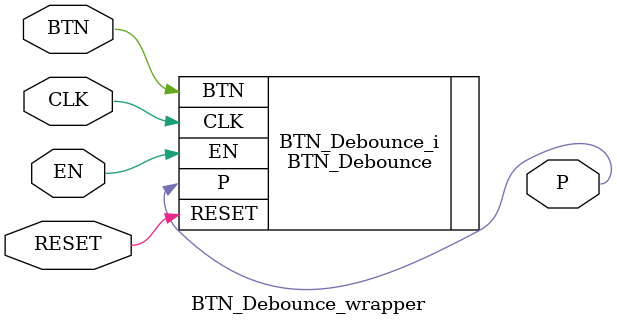
<source format=v>
`timescale 1 ps / 1 ps

module BTN_Debounce_wrapper
   (BTN,
    CLK,
    EN,
    P,
    RESET);
  input BTN;
  input CLK;
  input EN;
  output P;
  input RESET;

  wire BTN;
  wire CLK;
  wire EN;
  wire P;
  wire RESET;

  BTN_Debounce BTN_Debounce_i
       (.BTN(BTN),
        .CLK(CLK),
        .EN(EN),
        .P(P),
        .RESET(RESET));
endmodule

</source>
